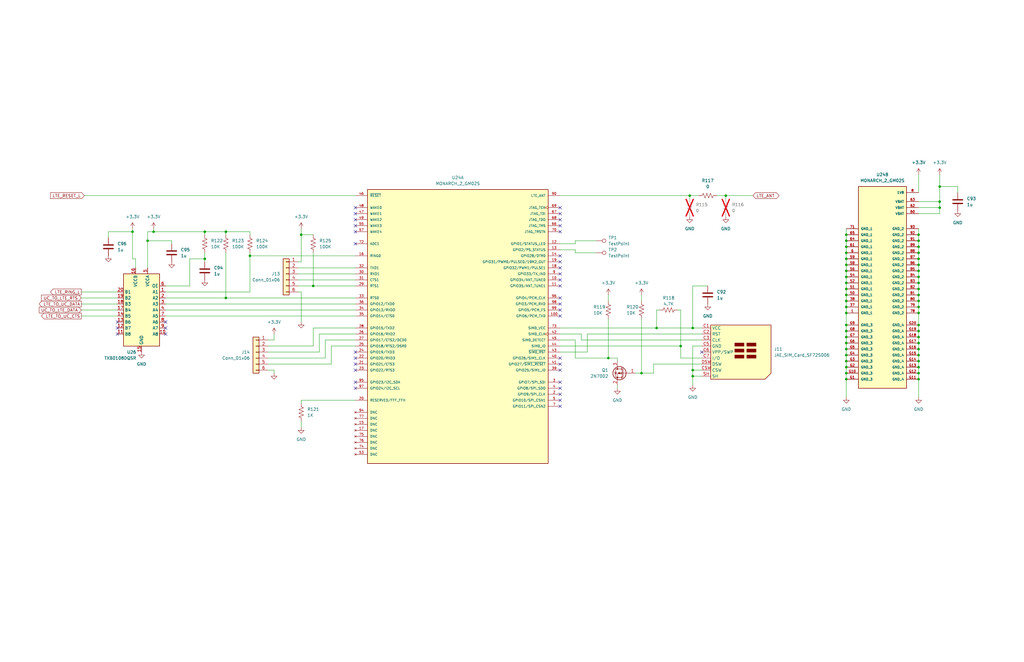
<source format=kicad_sch>
(kicad_sch (version 20230121) (generator eeschema)
  (paper "USLedger")
  (lib_symbols
    (symbol "Connector:JAE_SIM_Card_SF72S006"
      (property "Reference" "J" (at 5.08 12.7 0))
      (property "Value" "JAE_SIM_Card_SF72S006" (at 30.48 12.7 0))
      (symbol "JAE_SIM_Card_SF72S006_0_1"
        (polyline (pts (xy 3.81 11.43) (xy 3.81 -11.43) (xy 26.67 -11.43) (xy 29.21 -8.89) (xy 29.21 11.43) (xy 3.81 11.43)) (stroke (width 0.254)) (fill (type background)))
        (rectangle (start 13.97 -2.54) (end 17.78 -1.27) (stroke (width 0.254)) (fill (type outline)))
        (rectangle (start 13.97 0) (end 17.78 1.27) (stroke (width 0.254)) (fill (type outline)))
        (rectangle (start 13.97 2.54) (end 17.78 3.81) (stroke (width 0.254)) (fill (type outline)))
        (rectangle (start 19.05 -1.27) (end 22.86 -2.54) (stroke (width 0.254)) (fill (type outline)))
        (rectangle (start 19.05 0) (end 22.86 1.27) (stroke (width 0.254)) (fill (type outline)))
        (rectangle (start 19.05 2.54) (end 22.86 3.81) (stroke (width 0.254)) (fill (type outline)))
      )
      (symbol "JAE_SIM_Card_SF72S006_1_1"
        (pin power_in line (at 0 10.16 0) (length 3.81) (name "VCC") (number "C1"))
        (pin input line (at 0 7.62 0) (length 3.81) (name "RST") (number "C2"))
        (pin input line (at 0 5.08 0) (length 3.81) (name "CLK") (number "C3"))
        (pin power_in line (at 0 2.54 0) (length 3.81) (name "GND") (number "C5"))
        (pin bidirectional line (at 0 0 0) (length 3.81) (name "VPP/SWP") (number "C6"))
        (pin bidirectional line (at 0 -2.54 0) (length 3.81) (name "I/O") (number "C7"))
        (pin passive line (at 0 -7.62 0) (length 3.81) (name "CSW") (number "CSW"))
        (pin passive line (at 0 -5.08 0) (length 3.81) (name "DSW") (number "DSW"))
        (pin passive line (at 0 -10.16 0) (length 3.81) (name "SH") (number "SH"))
      )
    )
    (symbol "Connector:TestPoint" (pin_numbers hide) (pin_names (offset 0.762) hide)
      (property "Reference" "TP" (at 0 6.858 0))
      (property "Value" "TestPoint" (at 0 5.08 0))
      (symbol "TestPoint_0_1"
        (circle (center 0 3.302) (radius 0.762))
      )
      (symbol "TestPoint_1_1"
        (pin passive line (at 0 0 90) (length 2.54) (name "1") (number "1"))
      )
    )
    (symbol "Connector_Generic:Conn_01x06" (pin_names (offset 1.016) hide)
      (property "Reference" "J" (at 0 7.62 0))
      (property "Value" "Conn_01x06" (at 0 -10.16 0))
      (symbol "Conn_01x06_1_1"
        (rectangle (start -1.27 -7.493) (end 0 -7.747) (stroke (width 0.1524)))
        (rectangle (start -1.27 -4.953) (end 0 -5.207) (stroke (width 0.1524)))
        (rectangle (start -1.27 -2.413) (end 0 -2.667) (stroke (width 0.1524)))
        (rectangle (start -1.27 0.127) (end 0 -0.127) (stroke (width 0.1524)))
        (rectangle (start -1.27 2.667) (end 0 2.413) (stroke (width 0.1524)))
        (rectangle (start -1.27 5.207) (end 0 4.953) (stroke (width 0.1524)))
        (rectangle (start -1.27 6.35) (end 1.27 -8.89) (stroke (width 0.254)) (fill (type background)))
        (pin passive line (at -5.08 5.08 0) (length 3.81) (name "Pin_1") (number "1"))
        (pin passive line (at -5.08 2.54 0) (length 3.81) (name "Pin_2") (number "2"))
        (pin passive line (at -5.08 0 0) (length 3.81) (name "Pin_3") (number "3"))
        (pin passive line (at -5.08 -2.54 0) (length 3.81) (name "Pin_4") (number "4"))
        (pin passive line (at -5.08 -5.08 0) (length 3.81) (name "Pin_5") (number "5"))
        (pin passive line (at -5.08 -7.62 0) (length 3.81) (name "Pin_6") (number "6"))
      )
    )
    (symbol "Device:C" (pin_numbers hide) (pin_names (offset 0.254))
      (property "Reference" "C" (at 0.635 2.54 0))
      (property "Value" "C" (at 0.635 -2.54 0))
      (symbol "C_0_1"
        (polyline (pts (xy -2.032 -0.762) (xy 2.032 -0.762)) (stroke (width 0.508)))
        (polyline (pts (xy -2.032 0.762) (xy 2.032 0.762)) (stroke (width 0.508)))
      )
      (symbol "C_1_1"
        (pin passive line (at 0 3.81 270) (length 2.794) (name "~") (number "1"))
        (pin passive line (at 0 -3.81 90) (length 2.794) (name "~") (number "2"))
      )
    )
    (symbol "Device:R_US" (pin_numbers hide) (pin_names (offset 0))
      (property "Reference" "R" (at 2.54 0 90))
      (property "Value" "R_US" (at -2.54 0 90))
      (symbol "R_US_0_1"
        (polyline (pts (xy 0 -2.286) (xy 0 -2.54)))
        (polyline (pts (xy 0 2.286) (xy 0 2.54)))
        (polyline (pts (xy 0 -0.762) (xy 1.016 -1.143) (xy 0 -1.524) (xy -1.016 -1.905) (xy 0 -2.286)))
        (polyline (pts (xy 0 0.762) (xy 1.016 0.381) (xy 0 0) (xy -1.016 -0.381) (xy 0 -0.762)))
        (polyline (pts (xy 0 2.286) (xy 1.016 1.905) (xy 0 1.524) (xy -1.016 1.143) (xy 0 0.762)))
      )
      (symbol "R_US_1_1"
        (pin passive line (at 0 3.81 270) (length 1.27) (name "~") (number "1"))
        (pin passive line (at 0 -3.81 90) (length 1.27) (name "~") (number "2"))
      )
    )
    (symbol "Logic_LevelTranslator:TXB0108DQSR"
      (property "Reference" "U" (at -6.35 16.51 0))
      (property "Value" "TXB0108DQSR" (at 3.81 16.51 0))
      (symbol "TXB0108DQSR_0_1"
        (rectangle (start -7.62 15.24) (end 7.62 -15.24) (stroke (width 0.254)) (fill (type background)))
      )
      (symbol "TXB0108DQSR_1_1"
        (pin bidirectional line (at -10.16 7.62 0) (length 2.54) (name "A1") (number "1"))
        (pin bidirectional line (at -10.16 -10.16 0) (length 2.54) (name "A8") (number "10"))
        (pin bidirectional line (at 10.16 -10.16 180) (length 2.54) (name "B8") (number "11"))
        (pin bidirectional line (at 10.16 -7.62 180) (length 2.54) (name "B7") (number "12"))
        (pin bidirectional line (at 10.16 -5.08 180) (length 2.54) (name "B6") (number "13"))
        (pin bidirectional line (at 10.16 -2.54 180) (length 2.54) (name "B5") (number "14"))
        (pin power_in line (at 0 -17.78 90) (length 2.54) (name "GND") (number "15"))
        (pin power_in line (at 2.54 17.78 270) (length 2.54) (name "VCCB") (number "16"))
        (pin bidirectional line (at 10.16 0 180) (length 2.54) (name "B4") (number "17"))
        (pin bidirectional line (at 10.16 2.54 180) (length 2.54) (name "B3") (number "18"))
        (pin bidirectional line (at 10.16 5.08 180) (length 2.54) (name "B2") (number "19"))
        (pin bidirectional line (at -10.16 5.08 0) (length 2.54) (name "A2") (number "2"))
        (pin bidirectional line (at 10.16 7.62 180) (length 2.54) (name "B1") (number "20"))
        (pin bidirectional line (at -10.16 2.54 0) (length 2.54) (name "A3") (number "3"))
        (pin bidirectional line (at -10.16 0 0) (length 2.54) (name "A4") (number "4"))
        (pin power_in line (at -2.54 17.78 270) (length 2.54) (name "VCCA") (number "5"))
        (pin input line (at -10.16 10.16 0) (length 2.54) (name "OE") (number "6"))
        (pin bidirectional line (at -10.16 -2.54 0) (length 2.54) (name "A5") (number "7"))
        (pin bidirectional line (at -10.16 -5.08 0) (length 2.54) (name "A6") (number "8"))
        (pin bidirectional line (at -10.16 -7.62 0) (length 2.54) (name "A7") (number "9"))
      )
    )
    (symbol "Transistor_FET:2N7002" (pin_names hide)
      (property "Reference" "Q" (at 5.08 1.905 0))
      (property "Value" "2N7002" (at 5.08 0 0))
      (symbol "2N7002_0_1"
        (polyline (pts (xy 0.254 0) (xy -2.54 0)))
        (polyline (pts (xy 0.254 1.905) (xy 0.254 -1.905)) (stroke (width 0.254)))
        (polyline (pts (xy 0.762 -1.27) (xy 0.762 -2.286)) (stroke (width 0.254)))
        (polyline (pts (xy 0.762 0.508) (xy 0.762 -0.508)) (stroke (width 0.254)))
        (polyline (pts (xy 0.762 2.286) (xy 0.762 1.27)) (stroke (width 0.254)))
        (polyline (pts (xy 2.54 2.54) (xy 2.54 1.778)))
        (polyline (pts (xy 2.54 -2.54) (xy 2.54 0) (xy 0.762 0)))
        (polyline (pts (xy 0.762 -1.778) (xy 3.302 -1.778) (xy 3.302 1.778) (xy 0.762 1.778)))
        (polyline (pts (xy 1.016 0) (xy 2.032 0.381) (xy 2.032 -0.381) (xy 1.016 0)) (fill (type outline)))
        (polyline (pts (xy 2.794 0.508) (xy 2.921 0.381) (xy 3.683 0.381) (xy 3.81 0.254)))
        (polyline (pts (xy 3.302 0.381) (xy 2.921 -0.254) (xy 3.683 -0.254) (xy 3.302 0.381)))
        (circle (center 1.651 0) (radius 2.794) (stroke (width 0.254)))
        (circle (center 2.54 -1.778) (radius 0.254) (fill (type outline)))
        (circle (center 2.54 1.778) (radius 0.254) (fill (type outline)))
      )
      (symbol "2N7002_1_1"
        (pin input line (at -5.08 0 0) (length 2.54) (name "G") (number "1"))
        (pin passive line (at 2.54 -5.08 90) (length 2.54) (name "S") (number "2"))
        (pin passive line (at 2.54 5.08 270) (length 2.54) (name "D") (number "3"))
      )
    )
    (symbol "bgelb_lib:+1.8V_LTE" (power) (pin_names (offset 0))
      (property "Value" "+1.8V_LTE" (at 0 3.556 0))
      (symbol "+1.8V_LTE_0_1"
        (polyline (pts (xy -0.762 1.27) (xy 0 2.54)))
        (polyline (pts (xy 0 0) (xy 0 2.54)))
        (polyline (pts (xy 0 2.54) (xy 0.762 1.27)))
      )
      (symbol "+1.8V_LTE_1_1"
        (pin power_in line (at 0 0 90) (length 0) hide (name "+3.3V") (number "1"))
      )
    )
    (symbol "bgelb_lib:MONARCH_2_GM02S" (pin_names (offset 1.016))
      (property "Reference" "U" (at -38.1 49.022 0))
      (property "Value" "MONARCH_2_GM02S" (at -38.1 -68.58 0))
      (symbol "MONARCH_2_GM02S_1_0"
        (rectangle (start -38.1 48.26) (end 38.1 -67.31) (stroke (width 0.254)) (fill (type background)))
        (pin bidirectional line (at 43.18 10.16 180) (length 5.08) (name "GPIO34/ANT_TUNE0") (number "10"))
        (pin bidirectional line (at 43.18 -5.08 180) (length 5.08) (name "GPIO6/PCM_TXD") (number "100"))
        (pin bidirectional line (at 43.18 7.62 180) (length 5.08) (name "GPIO35/ANT_TUNE1") (number "11"))
        (pin bidirectional line (at 43.18 25.4 180) (length 5.08) (name "GPIO1/STATUS_LED") (number "12"))
        (pin bidirectional line (at 43.18 22.86 180) (length 5.08) (name "GPIO2/PS_STATUS") (number "13"))
        (pin bidirectional line (at 43.18 20.32 180) (length 5.08) (name "GPIO28/DTR0") (number "14"))
        (pin no_connect line (at -43.18 -50.8 0) (length 5.08) (name "DNC") (number "15"))
        (pin bidirectional line (at -43.18 20.32 0) (length 5.08) (name "RING0") (number "16"))
        (pin no_connect line (at -43.18 -53.34 0) (length 5.08) (name "DNC") (number "17"))
        (pin bidirectional line (at 43.18 15.24 180) (length 5.08) (name "GPIO32/PWM1/PULSE1") (number "18"))
        (pin bidirectional line (at 43.18 17.78 180) (length 5.08) (name "GPIO31/PWM0/PULSE0/19M2_OUT") (number "19"))
        (pin bidirectional line (at 43.18 -38.1 180) (length 5.08) (name "GPIO9/SPI_CLK") (number "2"))
        (pin passive line (at -43.18 -40.64 0) (length 5.08) (name "RESERVED/FFF_FFH") (number "20"))
        (pin bidirectional line (at -43.18 -25.4 0) (length 5.08) (name "GPIO21/CTS3") (number "21"))
        (pin bidirectional line (at -43.18 -22.86 0) (length 5.08) (name "GPIO20/RXD3") (number "22"))
        (pin bidirectional line (at -43.18 -27.94 0) (length 5.08) (name "GPIO22/RTS3") (number "23"))
        (pin bidirectional line (at -43.18 -20.32 0) (length 5.08) (name "GPIO19/TXD3") (number "24"))
        (pin bidirectional line (at -43.18 -17.78 0) (length 5.08) (name "GPIO18/RTS2/DSR0") (number "25"))
        (pin bidirectional line (at -43.18 -12.7 0) (length 5.08) (name "GPIO16/RXD2") (number "26"))
        (pin bidirectional line (at -43.18 -15.24 0) (length 5.08) (name "GPIO17/CTS2/DCD0") (number "27"))
        (pin bidirectional line (at -43.18 -10.16 0) (length 5.08) (name "GPIO15/TXD2") (number "28"))
        (pin input line (at -43.18 7.62 0) (length 5.08) (name "RTS1") (number "29"))
        (pin bidirectional line (at 43.18 -33.02 180) (length 5.08) (name "GPIO7/SPI_SDI") (number "3"))
        (pin output line (at -43.18 12.7 0) (length 5.08) (name "RXD1") (number "30"))
        (pin output line (at -43.18 10.16 0) (length 5.08) (name "CTS1") (number "31"))
        (pin input line (at -43.18 15.24 0) (length 5.08) (name "TXD1") (number "32"))
        (pin input line (at -43.18 2.54 0) (length 5.08) (name "RTS0") (number "33"))
        (pin bidirectional line (at -43.18 -2.54 0) (length 5.08) (name "GPIO13/RXD0") (number "34"))
        (pin bidirectional line (at -43.18 -5.08 0) (length 5.08) (name "GPIO14/CTS0") (number "35"))
        (pin bidirectional line (at -43.18 0 0) (length 5.08) (name "GPIO12/TXD0") (number "36"))
        (pin bidirectional line (at 43.18 -27.94 180) (length 5.08) (name "GPIO25/SIM1_IO") (number "39"))
        (pin bidirectional line (at 43.18 -35.56 180) (length 5.08) (name "GPIO8/SPI_SDO") (number "4"))
        (pin bidirectional line (at 43.18 -22.86 180) (length 5.08) (name "GPIO26/SIM1_CLK") (number "40"))
        (pin bidirectional line (at 43.18 -25.4 180) (length 5.08) (name "GPIO27/~{SIM1_RESET}") (number "41"))
        (pin output clock (at 43.18 -12.7 180) (length 5.08) (name "SIM0_CLK") (number "42"))
        (pin output line (at 43.18 -20.32 180) (length 5.08) (name "~{SIM0_RST}") (number "43"))
        (pin bidirectional line (at 43.18 -17.78 180) (length 5.08) (name "SIM0_IO") (number "44"))
        (pin input line (at 43.18 -15.24 180) (length 5.08) (name "SIM0_DETECT") (number "45"))
        (pin input line (at -43.18 45.72 0) (length 5.08) (name "~{RESET}") (number "46"))
        (pin input line (at -43.18 38.1 0) (length 5.08) (name "WAKE1") (number "47"))
        (pin input line (at -43.18 40.64 0) (length 5.08) (name "WAKE0") (number "48"))
        (pin input line (at -43.18 35.56 0) (length 5.08) (name "WAKE2") (number "49"))
        (pin bidirectional line (at 43.18 -40.64 180) (length 5.08) (name "GPIO10/SPI_CSN1") (number "5"))
        (pin no_connect line (at -43.18 -63.5 0) (length 5.08) (name "DNC") (number "53"))
        (pin input line (at -43.18 33.02 0) (length 5.08) (name "WAKE3") (number "55"))
        (pin input line (at -43.18 30.48 0) (length 5.08) (name "WAKE4") (number "57"))
        (pin input line (at 43.18 33.02 180) (length 5.08) (name "JTAG_TMS") (number "66"))
        (pin input line (at 43.18 38.1 180) (length 5.08) (name "JTAG_TDI") (number "67"))
        (pin output line (at 43.18 35.56 180) (length 5.08) (name "JTAG_TDO") (number "68"))
        (pin input clock (at 43.18 40.64 180) (length 5.08) (name "JTAG_TCK") (number "69"))
        (pin bidirectional line (at 43.18 -43.18 180) (length 5.08) (name "GPIO11/SPI_CSN2") (number "7"))
        (pin input line (at 43.18 30.48 180) (length 5.08) (name "JTAG_TRSTN") (number "70"))
        (pin input line (at -43.18 25.4 0) (length 5.08) (name "ADC1") (number "72"))
        (pin power_in line (at 43.18 -10.16 180) (length 5.08) (name "SIM0_VCC") (number "73"))
        (pin no_connect line (at -43.18 -60.96 0) (length 5.08) (name "DNC") (number "74"))
        (pin no_connect line (at -43.18 -55.88 0) (length 5.08) (name "DNC") (number "75"))
        (pin no_connect line (at -43.18 -58.42 0) (length 5.08) (name "DNC") (number "76"))
        (pin no_connect line (at -43.18 -48.26 0) (length 5.08) (name "DNC") (number "77"))
        (pin bidirectional line (at 43.18 12.7 180) (length 5.08) (name "GPIO33/TX_IND") (number "9"))
        (pin bidirectional line (at 43.18 45.72 180) (length 5.08) (name "LTE_ANT") (number "90"))
        (pin no_connect line (at -43.18 -45.72 0) (length 5.08) (name "DNC") (number "94"))
        (pin bidirectional line (at -43.18 -33.02 0) (length 5.08) (name "GPIO23/I2C_SDA") (number "95"))
        (pin bidirectional line (at 43.18 2.54 180) (length 5.08) (name "GPIO4/PCM_CLK") (number "96"))
        (pin bidirectional line (at -43.18 -35.56 0) (length 5.08) (name "GPIO24/I2C_SCL") (number "97"))
        (pin bidirectional line (at 43.18 0 180) (length 5.08) (name "GPIO3/PCM_RXD") (number "98"))
        (pin bidirectional line (at 43.18 -2.54 180) (length 5.08) (name "GPIO5/PCM_FS") (number "99"))
      )
      (symbol "MONARCH_2_GM02S_2_0"
        (rectangle (start -10.16 15.24) (end 10.16 -69.85) (stroke (width 0.254)) (fill (type background)))
        (pin power_in line (at -15.24 -38.1 0) (length 5.08) (name "GND_1") (number "1"))
        (pin power_in line (at -15.24 -35.56 0) (length 5.08) (name "GND_1") (number "37"))
        (pin power_in line (at -15.24 -33.02 0) (length 5.08) (name "GND_1") (number "38"))
        (pin power_in line (at -15.24 -30.48 0) (length 5.08) (name "GND_1") (number "50"))
        (pin power_in line (at -15.24 -27.94 0) (length 5.08) (name "GND_1") (number "51"))
        (pin power_in line (at -15.24 -25.4 0) (length 5.08) (name "GND_1") (number "52"))
        (pin power_in line (at -15.24 -22.86 0) (length 5.08) (name "GND_1") (number "54"))
        (pin power_in line (at -15.24 -20.32 0) (length 5.08) (name "GND_1") (number "56"))
        (pin power_in line (at -15.24 -17.78 0) (length 5.08) (name "GND_1") (number "58"))
        (pin power_in line (at -15.24 -15.24 0) (length 5.08) (name "GND_1") (number "59"))
        (pin power_in line (at -15.24 -12.7 0) (length 5.08) (name "GND_1") (number "6"))
        (pin power_in line (at 15.24 3.81 180) (length 5.08) (name "VBAT") (number "60"))
        (pin power_in line (at -15.24 -10.16 0) (length 5.08) (name "GND_1") (number "61"))
        (pin power_in line (at 15.24 6.35 180) (length 5.08) (name "VBAT") (number "62"))
        (pin power_in line (at 15.24 8.89 180) (length 5.08) (name "VBAT") (number "63"))
        (pin power_in line (at -15.24 -7.62 0) (length 5.08) (name "GND_1") (number "64"))
        (pin power_in line (at -15.24 -5.08 0) (length 5.08) (name "GND_1") (number "65"))
        (pin power_in line (at -15.24 -2.54 0) (length 5.08) (name "GND_1") (number "71"))
        (pin power_in line (at 15.24 -38.1 180) (length 5.08) (name "GND_2") (number "78"))
        (pin power_in line (at 15.24 -35.56 180) (length 5.08) (name "GND_2") (number "79"))
        (pin power_in line (at 15.24 12.7 180) (length 5.08) (name "1V8") (number "8"))
        (pin power_in line (at 15.24 -33.02 180) (length 5.08) (name "GND_2") (number "80"))
        (pin power_in line (at 15.24 -30.48 180) (length 5.08) (name "GND_2") (number "81"))
        (pin power_in line (at 15.24 -27.94 180) (length 5.08) (name "GND_2") (number "82"))
        (pin power_in line (at 15.24 -25.4 180) (length 5.08) (name "GND_2") (number "83"))
        (pin power_in line (at 15.24 -22.86 180) (length 5.08) (name "GND_2") (number "84"))
        (pin power_in line (at 15.24 -20.32 180) (length 5.08) (name "GND_2") (number "85"))
        (pin power_in line (at 15.24 -17.78 180) (length 5.08) (name "GND_2") (number "86"))
        (pin power_in line (at 15.24 -15.24 180) (length 5.08) (name "GND_2") (number "87"))
        (pin power_in line (at 15.24 -12.7 180) (length 5.08) (name "GND_2") (number "88"))
        (pin power_in line (at 15.24 -10.16 180) (length 5.08) (name "GND_2") (number "89"))
        (pin power_in line (at 15.24 -7.62 180) (length 5.08) (name "GND_2") (number "91"))
        (pin power_in line (at 15.24 -5.08 180) (length 5.08) (name "GND_2") (number "92"))
        (pin power_in line (at 15.24 -2.54 180) (length 5.08) (name "GND_2") (number "93"))
        (pin power_in line (at -15.24 -66.04 0) (length 5.08) (name "GND_3") (number "G1"))
        (pin power_in line (at -15.24 -63.5 0) (length 5.08) (name "GND_3") (number "G10"))
        (pin power_in line (at 15.24 -66.04 180) (length 5.08) (name "GND_4") (number "G11"))
        (pin power_in line (at 15.24 -63.5 180) (length 5.08) (name "GND_4") (number "G12"))
        (pin power_in line (at 15.24 -60.96 180) (length 5.08) (name "GND_4") (number "G13"))
        (pin power_in line (at 15.24 -58.42 180) (length 5.08) (name "GND_4") (number "G14"))
        (pin power_in line (at 15.24 -55.88 180) (length 5.08) (name "GND_4") (number "G15"))
        (pin power_in line (at 15.24 -53.34 180) (length 5.08) (name "GND_4") (number "G16"))
        (pin power_in line (at 15.24 -50.8 180) (length 5.08) (name "GND_4") (number "G17"))
        (pin power_in line (at 15.24 -48.26 180) (length 5.08) (name "GND_4") (number "G18"))
        (pin power_in line (at 15.24 -45.72 180) (length 5.08) (name "GND_4") (number "G19"))
        (pin power_in line (at -15.24 -60.96 0) (length 5.08) (name "GND_3") (number "G2"))
        (pin power_in line (at 15.24 -43.18 180) (length 5.08) (name "GND_4") (number "G20"))
        (pin power_in line (at -15.24 -58.42 0) (length 5.08) (name "GND_3") (number "G3"))
        (pin power_in line (at -15.24 -55.88 0) (length 5.08) (name "GND_3") (number "G4"))
        (pin power_in line (at -15.24 -53.34 0) (length 5.08) (name "GND_3") (number "G5"))
        (pin power_in line (at -15.24 -50.8 0) (length 5.08) (name "GND_3") (number "G6"))
        (pin power_in line (at -15.24 -48.26 0) (length 5.08) (name "GND_3") (number "G7"))
        (pin power_in line (at -15.24 -45.72 0) (length 5.08) (name "GND_3") (number "G8"))
        (pin power_in line (at -15.24 -43.18 0) (length 5.08) (name "GND_3") (number "G9"))
      )
    )
    (symbol "power:+3.3V" (power) (pin_names (offset 0))
      (property "Value" "+3.3V" (at 0 3.556 0))
      (symbol "+3.3V_0_1"
        (polyline (pts (xy -0.762 1.27) (xy 0 2.54)))
        (polyline (pts (xy 0 0) (xy 0 2.54)))
        (polyline (pts (xy 0 2.54) (xy 0.762 1.27)))
      )
      (symbol "+3.3V_1_1"
        (pin power_in line (at 0 0 90) (length 0) hide (name "+3.3V") (number "1"))
      )
    )
    (symbol "power:GND" (power) (pin_names (offset 0))
      (property "Value" "GND" (at 0 -3.81 0))
      (symbol "GND_0_1"
        (polyline (pts (xy 0 0) (xy 0 -1.27) (xy 1.27 -1.27) (xy 0 -2.54) (xy -1.27 -1.27) (xy 0 -1.27)))
      )
      (symbol "GND_1_1"
        (pin power_in line (at 0 0 270) (length 0) hide (name "GND") (number "1"))
      )
    )
  )
  (junction (at 387.35 129.54))
  (junction (at 387.35 109.22))
  (junction (at 356.87 139.7))
  (junction (at 132.08 120.65))
  (junction (at 356.87 124.46))
  (junction (at 356.87 114.3))
  (junction (at 356.87 99.06))
  (junction (at 356.87 132.08))
  (junction (at 62.23 101.6))
  (junction (at 387.35 160.02))
  (junction (at 86.36 97.79))
  (junction (at 387.35 157.48))
  (junction (at 127 99.06))
  (junction (at 64.77 97.79))
  (junction (at 356.87 157.48))
  (junction (at 387.35 106.68))
  (junction (at 387.35 99.06))
  (junction (at 387.35 152.4))
  (junction (at 356.87 154.94))
  (junction (at 356.87 127))
  (junction (at 105.41 107.95))
  (junction (at 387.35 121.92))
  (junction (at 387.35 111.76))
  (junction (at 387.35 114.3))
  (junction (at 356.87 101.6))
  (junction (at 396.24 87.63))
  (junction (at 356.87 106.68))
  (junction (at 256.54 151.13))
  (junction (at 95.25 125.73))
  (junction (at 387.35 132.08))
  (junction (at 387.35 137.16))
  (junction (at 95.25 97.79))
  (junction (at 387.35 142.24))
  (junction (at 356.87 116.84))
  (junction (at 387.35 147.32))
  (junction (at 356.87 160.02))
  (junction (at 356.87 111.76))
  (junction (at 356.87 152.4))
  (junction (at 356.87 144.78))
  (junction (at 387.35 116.84))
  (junction (at 292.1 158.75))
  (junction (at 287.02 146.05))
  (junction (at 387.35 149.86))
  (junction (at 356.87 119.38))
  (junction (at 356.87 149.86))
  (junction (at 387.35 124.46))
  (junction (at 292.1 156.21))
  (junction (at 55.88 97.79))
  (junction (at 387.35 127))
  (junction (at 356.87 137.16))
  (junction (at 270.51 157.48))
  (junction (at 387.35 104.14))
  (junction (at 276.86 138.43))
  (junction (at 292.1 138.43))
  (junction (at 387.35 119.38))
  (junction (at 356.87 121.92))
  (junction (at 356.87 104.14))
  (junction (at 290.83 82.55))
  (junction (at 387.35 139.7))
  (junction (at 396.24 78.74))
  (junction (at 356.87 109.22))
  (junction (at 306.07 82.55))
  (junction (at 387.35 101.6))
  (junction (at 356.87 129.54))
  (junction (at 387.35 144.78))
  (junction (at 356.87 147.32))
  (junction (at 387.35 154.94))
  (junction (at 356.87 142.24))
  (junction (at 86.36 109.22))
  (junction (at 396.24 85.09))
  (no_connect (at 149.86 92.71))
  (no_connect (at 236.22 87.63))
  (no_connect (at 236.22 113.03))
  (no_connect (at 236.22 133.35))
  (no_connect (at 236.22 125.73))
  (no_connect (at 236.22 92.71))
  (no_connect (at 236.22 156.21))
  (no_connect (at 149.86 95.25))
  (no_connect (at 236.22 90.17))
  (no_connect (at 149.86 153.67))
  (no_connect (at 49.53 140.97))
  (no_connect (at 149.86 148.59))
  (no_connect (at 69.85 135.89))
  (no_connect (at 149.86 151.13))
  (no_connect (at 49.53 135.89))
  (no_connect (at 149.86 102.87))
  (no_connect (at 236.22 120.65))
  (no_connect (at 149.86 161.29))
  (no_connect (at 295.91 148.59))
  (no_connect (at 236.22 168.91))
  (no_connect (at 236.22 153.67))
  (no_connect (at 236.22 151.13))
  (no_connect (at 236.22 161.29))
  (no_connect (at 236.22 166.37))
  (no_connect (at 236.22 97.79))
  (no_connect (at 236.22 128.27))
  (no_connect (at 236.22 95.25))
  (no_connect (at 236.22 118.11))
  (no_connect (at 236.22 107.95))
  (no_connect (at 69.85 138.43))
  (no_connect (at 236.22 115.57))
  (no_connect (at 149.86 87.63))
  (no_connect (at 69.85 140.97))
  (no_connect (at 149.86 163.83))
  (no_connect (at 236.22 110.49))
  (no_connect (at 236.22 130.81))
  (no_connect (at 236.22 163.83))
  (no_connect (at 149.86 97.79))
  (no_connect (at 236.22 171.45))
  (no_connect (at 149.86 156.21))
  (no_connect (at 149.86 90.17))
  (no_connect (at 49.53 138.43))
  (wire (pts (xy 242.57 151.13) (xy 256.54 151.13)))
  (wire (pts (xy 105.41 99.06) (xy 105.41 97.79)))
  (wire (pts (xy 127 168.91) (xy 127 170.18)))
  (wire (pts (xy 127 110.49) (xy 127 99.06)))
  (wire (pts (xy 69.85 123.19) (xy 105.41 123.19)))
  (wire (pts (xy 295.91 146.05) (xy 292.1 146.05)))
  (wire (pts (xy 236.22 140.97) (xy 245.11 140.97)))
  (wire (pts (xy 356.87 101.6) (xy 356.87 104.14)))
  (wire (pts (xy 387.35 152.4) (xy 387.35 154.94)))
  (wire (pts (xy 134.62 148.59) (xy 113.03 148.59)))
  (wire (pts (xy 356.87 160.02) (xy 356.87 167.64)))
  (wire (pts (xy 387.35 99.06) (xy 387.35 101.6)))
  (wire (pts (xy 396.24 78.74) (xy 396.24 73.66)))
  (wire (pts (xy 387.35 96.52) (xy 387.35 99.06)))
  (wire (pts (xy 125.73 120.65) (xy 132.08 120.65)))
  (wire (pts (xy 306.07 82.55) (xy 317.5 82.55)))
  (wire (pts (xy 387.35 73.66) (xy 387.35 81.28)))
  (wire (pts (xy 242.57 106.68) (xy 251.46 106.68)))
  (wire (pts (xy 115.57 156.21) (xy 115.57 157.48)))
  (wire (pts (xy 86.36 97.79) (xy 64.77 97.79)))
  (wire (pts (xy 45.72 100.33) (xy 45.72 97.79)))
  (wire (pts (xy 356.87 124.46) (xy 356.87 127)))
  (wire (pts (xy 236.22 105.41) (xy 242.57 105.41)))
  (wire (pts (xy 95.25 106.68) (xy 95.25 125.73)))
  (wire (pts (xy 69.85 130.81) (xy 149.86 130.81)))
  (wire (pts (xy 270.51 134.62) (xy 270.51 157.48)))
  (wire (pts (xy 295.91 153.67) (xy 275.59 153.67)))
  (wire (pts (xy 270.51 157.48) (xy 267.97 157.48)))
  (wire (pts (xy 139.7 146.05) (xy 139.7 153.67)))
  (wire (pts (xy 132.08 146.05) (xy 113.03 146.05)))
  (wire (pts (xy 132.08 138.43) (xy 132.08 146.05)))
  (wire (pts (xy 387.35 124.46) (xy 387.35 127)))
  (wire (pts (xy 298.45 120.65) (xy 292.1 120.65)))
  (wire (pts (xy 292.1 158.75) (xy 295.91 158.75)))
  (wire (pts (xy 285.75 130.81) (xy 287.02 130.81)))
  (wire (pts (xy 132.08 120.65) (xy 149.86 120.65)))
  (wire (pts (xy 134.62 140.97) (xy 134.62 148.59)))
  (wire (pts (xy 387.35 144.78) (xy 387.35 147.32)))
  (wire (pts (xy 86.36 99.06) (xy 86.36 97.79)))
  (wire (pts (xy 387.35 132.08) (xy 387.35 137.16)))
  (wire (pts (xy 125.73 123.19) (xy 127 123.19)))
  (wire (pts (xy 396.24 90.17) (xy 396.24 87.63)))
  (wire (pts (xy 387.35 90.17) (xy 396.24 90.17)))
  (wire (pts (xy 356.87 157.48) (xy 356.87 160.02)))
  (wire (pts (xy 292.1 158.75) (xy 292.1 162.56)))
  (wire (pts (xy 34.29 128.27) (xy 49.53 128.27)))
  (wire (pts (xy 137.16 151.13) (xy 113.03 151.13)))
  (wire (pts (xy 113.03 143.51) (xy 115.57 143.51)))
  (wire (pts (xy 292.1 146.05) (xy 292.1 156.21)))
  (wire (pts (xy 236.22 148.59) (xy 247.65 148.59)))
  (wire (pts (xy 125.73 115.57) (xy 149.86 115.57)))
  (wire (pts (xy 356.87 109.22) (xy 356.87 111.76)))
  (wire (pts (xy 387.35 154.94) (xy 387.35 157.48)))
  (wire (pts (xy 80.01 109.22) (xy 86.36 109.22)))
  (wire (pts (xy 105.41 107.95) (xy 105.41 123.19)))
  (wire (pts (xy 260.35 162.56) (xy 260.35 163.83)))
  (wire (pts (xy 105.41 97.79) (xy 95.25 97.79)))
  (wire (pts (xy 403.86 81.28) (xy 403.86 78.74)))
  (wire (pts (xy 387.35 147.32) (xy 387.35 149.86)))
  (wire (pts (xy 278.13 130.81) (xy 276.86 130.81)))
  (wire (pts (xy 127 99.06) (xy 127 96.52)))
  (wire (pts (xy 55.88 109.22) (xy 55.88 97.79)))
  (wire (pts (xy 356.87 149.86) (xy 356.87 152.4)))
  (wire (pts (xy 137.16 143.51) (xy 137.16 151.13)))
  (wire (pts (xy 236.22 102.87) (xy 242.57 102.87)))
  (wire (pts (xy 356.87 142.24) (xy 356.87 144.78)))
  (wire (pts (xy 356.87 119.38) (xy 356.87 121.92)))
  (wire (pts (xy 57.15 113.03) (xy 57.15 109.22)))
  (wire (pts (xy 69.85 125.73) (xy 95.25 125.73)))
  (wire (pts (xy 86.36 109.22) (xy 86.36 110.49)))
  (wire (pts (xy 236.22 143.51) (xy 242.57 143.51)))
  (wire (pts (xy 387.35 106.68) (xy 387.35 109.22)))
  (wire (pts (xy 275.59 153.67) (xy 275.59 157.48)))
  (wire (pts (xy 292.1 156.21) (xy 295.91 156.21)))
  (wire (pts (xy 86.36 106.68) (xy 86.36 109.22)))
  (wire (pts (xy 80.01 120.65) (xy 80.01 109.22)))
  (wire (pts (xy 149.86 146.05) (xy 139.7 146.05)))
  (wire (pts (xy 242.57 101.6) (xy 251.46 101.6)))
  (wire (pts (xy 356.87 116.84) (xy 356.87 119.38)))
  (wire (pts (xy 72.39 102.87) (xy 72.39 101.6)))
  (wire (pts (xy 260.35 151.13) (xy 260.35 152.4)))
  (wire (pts (xy 387.35 121.92) (xy 387.35 124.46)))
  (wire (pts (xy 387.35 119.38) (xy 387.35 121.92)))
  (wire (pts (xy 55.88 97.79) (xy 55.88 96.52)))
  (wire (pts (xy 396.24 85.09) (xy 396.24 78.74)))
  (wire (pts (xy 276.86 138.43) (xy 292.1 138.43)))
  (wire (pts (xy 292.1 120.65) (xy 292.1 138.43)))
  (wire (pts (xy 125.73 118.11) (xy 149.86 118.11)))
  (wire (pts (xy 270.51 124.46) (xy 270.51 127)))
  (wire (pts (xy 306.07 83.82) (xy 306.07 82.55)))
  (wire (pts (xy 387.35 114.3) (xy 387.35 116.84)))
  (wire (pts (xy 105.41 106.68) (xy 105.41 107.95)))
  (wire (pts (xy 387.35 139.7) (xy 387.35 142.24)))
  (wire (pts (xy 72.39 101.6) (xy 62.23 101.6)))
  (wire (pts (xy 356.87 139.7) (xy 356.87 142.24)))
  (wire (pts (xy 287.02 151.13) (xy 295.91 151.13)))
  (wire (pts (xy 69.85 133.35) (xy 149.86 133.35)))
  (wire (pts (xy 236.22 146.05) (xy 287.02 146.05)))
  (wire (pts (xy 34.29 133.35) (xy 49.53 133.35)))
  (wire (pts (xy 387.35 137.16) (xy 387.35 139.7)))
  (wire (pts (xy 242.57 102.87) (xy 242.57 101.6)))
  (wire (pts (xy 387.35 111.76) (xy 387.35 114.3)))
  (wire (pts (xy 64.77 96.52) (xy 64.77 97.79)))
  (wire (pts (xy 69.85 120.65) (xy 80.01 120.65)))
  (wire (pts (xy 34.29 130.81) (xy 49.53 130.81)))
  (wire (pts (xy 292.1 138.43) (xy 295.91 138.43)))
  (wire (pts (xy 256.54 124.46) (xy 256.54 127)))
  (wire (pts (xy 387.35 142.24) (xy 387.35 144.78)))
  (wire (pts (xy 292.1 156.21) (xy 292.1 158.75)))
  (wire (pts (xy 396.24 78.74) (xy 403.86 78.74)))
  (wire (pts (xy 247.65 148.59) (xy 247.65 140.97)))
  (wire (pts (xy 287.02 130.81) (xy 287.02 146.05)))
  (wire (pts (xy 115.57 143.51) (xy 115.57 140.97)))
  (wire (pts (xy 125.73 110.49) (xy 127 110.49)))
  (wire (pts (xy 276.86 130.81) (xy 276.86 138.43)))
  (wire (pts (xy 62.23 101.6) (xy 62.23 113.03)))
  (wire (pts (xy 396.24 87.63) (xy 396.24 85.09)))
  (wire (pts (xy 387.35 149.86) (xy 387.35 152.4)))
  (wire (pts (xy 387.35 104.14) (xy 387.35 106.68)))
  (wire (pts (xy 34.29 125.73) (xy 49.53 125.73)))
  (wire (pts (xy 62.23 97.79) (xy 62.23 101.6)))
  (wire (pts (xy 245.11 140.97) (xy 245.11 143.51)))
  (wire (pts (xy 149.86 140.97) (xy 134.62 140.97)))
  (wire (pts (xy 256.54 134.62) (xy 256.54 151.13)))
  (wire (pts (xy 387.35 109.22) (xy 387.35 111.76)))
  (wire (pts (xy 387.35 101.6) (xy 387.35 104.14)))
  (wire (pts (xy 387.35 127) (xy 387.35 129.54)))
  (wire (pts (xy 149.86 138.43) (xy 132.08 138.43)))
  (wire (pts (xy 69.85 128.27) (xy 149.86 128.27)))
  (wire (pts (xy 95.25 99.06) (xy 95.25 97.79)))
  (wire (pts (xy 105.41 107.95) (xy 149.86 107.95)))
  (wire (pts (xy 356.87 137.16) (xy 356.87 139.7)))
  (wire (pts (xy 247.65 140.97) (xy 295.91 140.97)))
  (wire (pts (xy 356.87 99.06) (xy 356.87 101.6)))
  (wire (pts (xy 387.35 116.84) (xy 387.35 119.38)))
  (wire (pts (xy 356.87 144.78) (xy 356.87 147.32)))
  (wire (pts (xy 356.87 132.08) (xy 356.87 137.16)))
  (wire (pts (xy 132.08 106.68) (xy 132.08 120.65)))
  (wire (pts (xy 356.87 114.3) (xy 356.87 116.84)))
  (wire (pts (xy 356.87 121.92) (xy 356.87 124.46)))
  (wire (pts (xy 356.87 96.52) (xy 356.87 99.06)))
  (wire (pts (xy 387.35 85.09) (xy 396.24 85.09)))
  (wire (pts (xy 64.77 97.79) (xy 62.23 97.79)))
  (wire (pts (xy 356.87 147.32) (xy 356.87 149.86)))
  (wire (pts (xy 45.72 97.79) (xy 55.88 97.79)))
  (wire (pts (xy 236.22 82.55) (xy 290.83 82.55)))
  (wire (pts (xy 86.36 97.79) (xy 95.25 97.79)))
  (wire (pts (xy 387.35 167.64) (xy 387.35 160.02)))
  (wire (pts (xy 356.87 152.4) (xy 356.87 154.94)))
  (wire (pts (xy 387.35 157.48) (xy 387.35 160.02)))
  (wire (pts (xy 125.73 113.03) (xy 149.86 113.03)))
  (wire (pts (xy 139.7 153.67) (xy 113.03 153.67)))
  (wire (pts (xy 34.29 123.19) (xy 49.53 123.19)))
  (wire (pts (xy 95.25 125.73) (xy 149.86 125.73)))
  (wire (pts (xy 113.03 156.21) (xy 115.57 156.21)))
  (wire (pts (xy 290.83 82.55) (xy 290.83 83.82)))
  (wire (pts (xy 127 123.19) (xy 127 135.89)))
  (wire (pts (xy 290.83 82.55) (xy 294.64 82.55)))
  (wire (pts (xy 149.86 168.91) (xy 127 168.91)))
  (wire (pts (xy 387.35 129.54) (xy 387.35 132.08)))
  (wire (pts (xy 387.35 87.63) (xy 396.24 87.63)))
  (wire (pts (xy 127 177.8) (xy 127 180.34)))
  (wire (pts (xy 236.22 138.43) (xy 276.86 138.43)))
  (wire (pts (xy 356.87 106.68) (xy 356.87 109.22)))
  (wire (pts (xy 57.15 109.22) (xy 55.88 109.22)))
  (wire (pts (xy 356.87 104.14) (xy 356.87 106.68)))
  (wire (pts (xy 356.87 154.94) (xy 356.87 157.48)))
  (wire (pts (xy 256.54 151.13) (xy 260.35 151.13)))
  (wire (pts (xy 302.26 82.55) (xy 306.07 82.55)))
  (wire (pts (xy 242.57 105.41) (xy 242.57 106.68)))
  (wire (pts (xy 275.59 157.48) (xy 270.51 157.48)))
  (wire (pts (xy 356.87 111.76) (xy 356.87 114.3)))
  (wire (pts (xy 127 99.06) (xy 132.08 99.06)))
  (wire (pts (xy 356.87 129.54) (xy 356.87 132.08)))
  (wire (pts (xy 242.57 143.51) (xy 242.57 151.13)))
  (wire (pts (xy 245.11 143.51) (xy 295.91 143.51)))
  (wire (pts (xy 149.86 143.51) (xy 137.16 143.51)))
  (wire (pts (xy 35.56 82.55) (xy 149.86 82.55)))
  (wire (pts (xy 287.02 146.05) (xy 287.02 151.13)))
  (wire (pts (xy 356.87 127) (xy 356.87 129.54)))
  (global_label "LTE_ANT" (shape bidirectional) (at 317.5 82.55 0) (property "Intersheetrefs" "${INTERSHEET_REFS}" (effects hide)))
  (global_label "LTE_RING_L" (shape output) (at 34.29 123.19 180) (property "Intersheetrefs" "${INTERSHEET_REFS}" (effects hide)))
  (global_label "UC_TO_LTE_DATA" (shape input) (at 34.29 130.81 180) (property "Intersheetrefs" "${INTERSHEET_REFS}" (effects hide)))
  (global_label "LTE_TO_UC_CTS" (shape output) (at 34.29 133.35 180) (property "Intersheetrefs" "${INTERSHEET_REFS}" (effects hide)))
  (global_label "LTE_RESET_L" (shape input) (at 35.56 82.55 180) (property "Intersheetrefs" "${INTERSHEET_REFS}" (effects hide)))
  (global_label "LTE_TO_UC_DATA" (shape output) (at 34.29 128.27 180) (property "Intersheetrefs" "${INTERSHEET_REFS}" (effects hide)))
  (global_label "UC_TO_LTE_RTS" (shape input) (at 34.29 125.73 180) (property "Intersheetrefs" "${INTERSHEET_REFS}" (effects hide)))
  (symbol (lib_id "power:GND") (at 115.57 157.48 0) (unit 1)
    (property "Reference" "#PWR0213" (effects hide))
    (property "Value" "GND" (effects hide))
  )
  (symbol (lib_id "Device:R_US") (at 256.54 130.81 0) (unit 1)
    (property "Reference" "R119" (at 250.19 129.54 0) (effects (justify left)))
    (property "Value" "10K" (at 250.19 132.08 0) (effects (justify left)))
    (property "Footprint" "Resistor_SMD:R_0603_1608Metric_Pad0.98x0.95mm_HandSolder" (effects hide))
  )
  (symbol (lib_id "Device:R_US") (at 270.51 130.81 0) (unit 1)
    (property "Reference" "R120" (at 264.16 129.54 0) (effects (justify left)))
    (property "Value" "10K" (at 264.16 132.08 0) (effects (justify left)))
    (property "Footprint" "Resistor_SMD:R_0603_1608Metric_Pad0.98x0.95mm_HandSolder" (effects hide))
  )
  (symbol (lib_id "power:GND") (at 292.1 162.56 0) (unit 1)
    (property "Reference" "#PWR0193" (effects hide))
    (property "Value" "GND" (at 292.1 167.64 0))
  )
  (symbol (lib_id "power:GND") (at 45.72 107.95 0) (unit 1)
    (property "Reference" "#PWR0209" (effects hide))
    (property "Value" "GND" (effects hide))
  )
  (symbol (lib_id "Device:R_US") (at 105.41 102.87 0) (unit 1)
    (property "Reference" "R124" (at 107.95 101.6 0) (effects (justify left)))
    (property "Value" "100K" (at 107.95 104.14 0) (effects (justify left)))
    (property "Footprint" "Resistor_SMD:R_0603_1608Metric_Pad0.98x0.95mm_HandSolder" (effects hide))
  )
  (symbol (lib_id "bgelb_lib:MONARCH_2_GM02S") (at 372.11 93.98 0) (unit 2)
    (property "Reference" "U24" (at 372.11 73.66 0))
    (property "Value" "MONARCH_2_GM02S" (at 372.11 76.2 0))
    (property "Footprint" "bgelb_footprint:XCVR_MONARCH_2_GM02S" (effects hide))
    (property "MF" "Sequans" (effects hide))
    (property "MAXIMUM_PACKAGE_HEIGHT" "1.85mm" (effects hide))
    (property "Package" "None" (effects hide))
    (property "Price" "None" (effects hide))
    (property "Check_prices" "https://www.snapeda.com/parts/MONARCH%202%20GM02S/Sequans/view-part/?ref=eda" (effects hide))
    (property "STANDARD" "Manufacturer Recommendations" (effects hide))
    (property "PARTREV" "11" (effects hide))
    (property "SnapEDA_Link" "https://www.snapeda.com/parts/MONARCH%202%20GM02S/Sequans/view-part/?ref=snap" (effects hide))
    (property "MP" "MONARCH 2 GM02S" (effects hide))
    (property "Description" "\nCellular Modules Operator-certified LTE-M/NB-IoT module with highly secure and certified iSIM, ultra-low power, single-rail power supply, global band support, and integrated MCU\n" (effects hide))
    (property "MANUFACTURER" "SEQUANS" (effects hide))
    (property "Availability" "Not in stock" (effects hide))
    (property "SNAPEDA_PN" "MONARCH 2 GM02S" (effects hide))
  )
  (symbol (lib_id "Device:C") (at 72.39 106.68 0) (unit 1)
    (property "Reference" "C95" (at 76.2 105.41 0) (effects (justify left)))
    (property "Value" "1u" (at 76.2 107.95 0) (effects (justify left)))
    (property "Footprint" "Capacitor_SMD:C_0603_1608Metric_Pad1.08x0.95mm_HandSolder" (effects hide))
  )
  (symbol (lib_id "Transistor_FET:2N7002") (at 262.89 157.48 0) (mirror y) (unit 1)
    (property "Reference" "Q1" (at 256.54 156.21 0) (effects (justify left)))
    (property "Value" "2N7002" (at 256.54 158.75 0) (effects (justify left)))
    (property "Footprint" "Package_TO_SOT_SMD:SOT-23" (effects hide))
    (property "Datasheet" "https://www.onsemi.com/pub/Collateral/NDS7002A-D.PDF" (effects hide))
  )
  (symbol (lib_id "power:GND") (at 356.87 167.64 0) (unit 1)
    (property "Reference" "#PWR0200" (effects hide))
    (property "Value" "GND" (at 356.87 172.72 0))
  )
  (symbol (lib_id "Logic_LevelTranslator:TXB0108DQSR") (at 59.69 130.81 0) (mirror y) (unit 1)
    (property "Reference" "U26" (at 57.4959 148.59 0) (effects (justify left)))
    (property "Value" "TXB0108DQSR" (at 57.4959 151.13 0) (effects (justify left)))
    (property "Footprint" "Package_SON:USON-20_2x4mm_P0.4mm" (effects hide))
    (property "Datasheet" "http://www.ti.com/lit/ds/symlink/txb0108.pdf" (effects hide))
  )
  (symbol (lib_id "bgelb_lib:+1.8V_LTE") (at 64.77 96.52 0) (unit 1)
    (property "Reference" "#PWR0206" (effects hide))
    (property "Value" "+1.8V_LTE" (at 64.77 91.44 0))
  )
  (symbol (lib_id "power:+3.3V") (at 270.51 124.46 0) (unit 1)
    (property "Reference" "#PWR0196" (effects hide))
    (property "Value" "+3.3V" (at 270.51 119.38 0))
  )
  (symbol (lib_id "bgelb_lib:+1.8V_LTE") (at 127 96.52 0) (unit 1)
    (property "Reference" "#PWR0210" (effects hide))
    (property "Value" "+1.8V_LTE" (at 127 91.44 0))
  )
  (symbol (lib_id "Device:C") (at 298.45 124.46 0) (unit 1)
    (property "Reference" "C92" (at 302.26 123.19 0) (effects (justify left)))
    (property "Value" "1u" (at 302.26 125.73 0) (effects (justify left)))
    (property "Footprint" "Capacitor_SMD:C_0603_1608Metric_Pad1.08x0.95mm_HandSolder" (effects hide))
  )
  (symbol (lib_id "power:+3.3V") (at 55.88 96.52 0) (unit 1)
    (property "Reference" "#PWR0208" (effects hide))
    (property "Value" "+3.3V" (at 55.88 91.44 0))
  )
  (symbol (lib_id "Device:R_US") (at 127 173.99 0) (unit 1)
    (property "Reference" "R121" (at 129.54 172.72 0) (effects (justify left)))
    (property "Value" "1K" (at 129.54 175.26 0) (effects (justify left)))
    (property "Footprint" "Resistor_SMD:R_0603_1608Metric_Pad0.98x0.95mm_HandSolder" (effects hide))
  )
  (symbol (lib_id "Device:R_US") (at 86.36 102.87 0) (unit 1)
    (property "Reference" "R122" (at 88.9 101.6 0) (effects (justify left)))
    (property "Value" "10K" (at 88.9 104.14 0) (effects (justify left)))
    (property "Footprint" "Resistor_SMD:R_0603_1608Metric_Pad0.98x0.95mm_HandSolder" (effects hide))
  )
  (symbol (lib_id "Device:C") (at 45.72 104.14 0) (unit 1)
    (property "Reference" "C96" (at 49.53 102.87 0) (effects (justify left)))
    (property "Value" "1u" (at 49.53 105.41 0) (effects (justify left)))
    (property "Footprint" "Capacitor_SMD:C_0603_1608Metric_Pad1.08x0.95mm_HandSolder" (effects hide))
  )
  (symbol (lib_id "Device:R_US") (at 95.25 102.87 0) (unit 1)
    (property "Reference" "R123" (at 97.79 101.6 0) (effects (justify left)))
    (property "Value" "100K" (at 97.79 104.14 0) (effects (justify left)))
    (property "Footprint" "Resistor_SMD:R_0603_1608Metric_Pad0.98x0.95mm_HandSolder" (effects hide))
  )
  (symbol (lib_id "power:GND") (at 72.39 110.49 0) (unit 1)
    (property "Reference" "#PWR0207" (effects hide))
    (property "Value" "GND" (effects hide))
  )
  (symbol (lib_id "power:GND") (at 387.35 167.64 0) (unit 1)
    (property "Reference" "#PWR0199" (effects hide))
    (property "Value" "GND" (at 387.35 172.72 0))
  )
  (symbol (lib_id "power:GND") (at 127 180.34 0) (unit 1)
    (property "Reference" "#PWR0202" (effects hide))
    (property "Value" "GND" (at 127 185.42 0))
  )
  (symbol (lib_id "power:GND") (at 306.07 91.44 0) (unit 1)
    (property "Reference" "#PWR0191" (effects hide))
    (property "Value" "GND" (at 306.07 96.52 0))
  )
  (symbol (lib_id "bgelb_lib:+1.8V_LTE") (at 115.57 140.97 0) (unit 1)
    (property "Reference" "#PWR0212" (effects hide))
    (property "Value" "+1.8V_LTE" (at 115.57 135.89 0))
  )
  (symbol (lib_id "Device:C") (at 403.86 85.09 0) (unit 1)
    (property "Reference" "C93" (at 407.67 83.82 0) (effects (justify left)))
    (property "Value" "1u" (at 407.67 86.36 0) (effects (justify left)))
    (property "Footprint" "Capacitor_SMD:C_0603_1608Metric_Pad1.08x0.95mm_HandSolder" (effects hide))
  )
  (symbol (lib_id "Connector_Generic:Conn_01x06") (at 107.95 148.59 0) (mirror y) (unit 1)
    (property "Reference" "J14" (at 105.41 148.59 0) (effects (justify left)))
    (property "Value" "Conn_01x06" (at 105.41 151.13 0) (effects (justify left)))
    (property "Footprint" "Connector_PinSocket_2.54mm:PinSocket_1x06_P2.54mm_Vertical" (effects hide))
  )
  (symbol (lib_id "power:GND") (at 127 135.89 0) (unit 1)
    (property "Reference" "#PWR0211" (effects hide))
    (property "Value" "GND" (effects hide))
  )
  (symbol (lib_id "bgelb_lib:MONARCH_2_GM02S") (at 193.04 128.27 0) (unit 1)
    (property "Reference" "U24" (at 193.04 74.93 0))
    (property "Value" "MONARCH_2_GM02S" (at 193.04 77.47 0))
    (property "Footprint" "bgelb_footprint:XCVR_MONARCH_2_GM02S" (effects hide))
    (property "MF" "Sequans" (effects hide))
    (property "MAXIMUM_PACKAGE_HEIGHT" "1.85mm" (effects hide))
    (property "Package" "None" (effects hide))
    (property "Price" "None" (effects hide))
    (property "Check_prices" "https://www.snapeda.com/parts/MONARCH%202%20GM02S/Sequans/view-part/?ref=eda" (effects hide))
    (property "STANDARD" "Manufacturer Recommendations" (effects hide))
    (property "PARTREV" "11" (effects hide))
    (property "SnapEDA_Link" "https://www.snapeda.com/parts/MONARCH%202%20GM02S/Sequans/view-part/?ref=snap" (effects hide))
    (property "MP" "MONARCH 2 GM02S" (effects hide))
    (property "Description" "\nCellular Modules Operator-certified LTE-M/NB-IoT module with highly secure and certified iSIM, ultra-low power, single-rail power supply, global band support, and integrated MCU\n" (effects hide))
    (property "MANUFACTURER" "SEQUANS" (effects hide))
    (property "Availability" "Not in stock" (effects hide))
    (property "SNAPEDA_PN" "MONARCH 2 GM02S" (effects hide))
  )
  (symbol (lib_id "power:GND") (at 290.83 91.44 0) (unit 1)
    (property "Reference" "#PWR0192" (effects hide))
    (property "Value" "GND" (at 290.83 96.52 0))
  )
  (symbol (lib_id "Connector_Generic:Conn_01x06") (at 120.65 115.57 0) (mirror y) (unit 1)
    (property "Reference" "J13" (at 118.11 115.57 0) (effects (justify left)))
    (property "Value" "Conn_01x06" (at 118.11 118.11 0) (effects (justify left)))
    (property "Footprint" "Connector_PinSocket_2.54mm:PinSocket_1x06_P2.54mm_Vertical" (effects hide))
  )
  (symbol (lib_id "Device:R_US") (at 298.45 82.55 90) (unit 1)
    (property "Reference" "R117" (at 298.45 76.2 90))
    (property "Value" "0" (at 298.45 78.74 90))
    (property "Footprint" "Resistor_SMD:R_0603_1608Metric_Pad0.98x0.95mm_HandSolder" (effects hide))
  )
  (symbol (lib_id "power:GND") (at 59.69 148.59 0) (unit 1)
    (property "Reference" "#PWR0203" (effects hide))
    (property "Value" "GND" (at 59.69 153.67 0))
  )
  (symbol (lib_id "Device:R_US") (at 281.94 130.81 90) (unit 1)
    (property "Reference" "R118" (at 281.94 125.73 90))
    (property "Value" "4.7K" (at 281.94 128.27 90))
    (property "Footprint" "Resistor_SMD:R_0603_1608Metric_Pad0.98x0.95mm_HandSolder" (effects hide))
  )
  (symbol (lib_id "Device:R_US") (at 290.83 87.63 0) (unit 1) (dnp yes)
    (property "Reference" "R115" (at 293.37 86.36 0) (effects (justify left)))
    (property "Value" "0" (at 293.37 88.9 0) (effects (justify left)))
    (property "Footprint" "Resistor_SMD:R_0603_1608Metric_Pad0.98x0.95mm_HandSolder" (effects hide))
  )
  (symbol (lib_id "power:GND") (at 260.35 163.83 0) (unit 1)
    (property "Reference" "#PWR0194" (effects hide))
    (property "Value" "GND" (at 260.35 168.91 0))
  )
  (symbol (lib_id "power:GND") (at 298.45 128.27 0) (unit 1)
    (property "Reference" "#PWR0197" (effects hide))
    (property "Value" "GND" (at 298.45 133.35 0))
  )
  (symbol (lib_id "power:GND") (at 403.86 88.9 0) (unit 1)
    (property "Reference" "#PWR0201" (effects hide))
    (property "Value" "GND" (at 403.86 93.98 0))
  )
  (symbol (lib_id "Connector:TestPoint") (at 251.46 106.68 270) (unit 1)
    (property "Reference" "TP2" (at 256.54 105.41 90) (effects (justify left)))
    (property "Value" "TestPoint" (at 256.54 107.95 90) (effects (justify left)))
    (property "Footprint" "TestPoint:TestPoint_Pad_D1.0mm" (effects hide))
  )
  (symbol (lib_id "power:+3.3V") (at 256.54 124.46 0) (unit 1)
    (property "Reference" "#PWR0195" (effects hide))
    (property "Value" "+3.3V" (at 256.54 119.38 0))
  )
  (symbol (lib_id "Device:R_US") (at 306.07 87.63 0) (unit 1) (dnp yes)
    (property "Reference" "R116" (at 308.61 86.36 0) (effects (justify left)))
    (property "Value" "0" (at 308.61 88.9 0) (effects (justify left)))
    (property "Footprint" "Resistor_SMD:R_0603_1608Metric_Pad0.98x0.95mm_HandSolder" (effects hide))
  )
  (symbol (lib_id "Device:R_US") (at 132.08 102.87 0) (unit 1)
    (property "Reference" "R125" (at 134.62 101.6 0) (effects (justify left)))
    (property "Value" "100K" (at 134.62 104.14 0) (effects (justify left)))
    (property "Footprint" "Resistor_SMD:R_0603_1608Metric_Pad0.98x0.95mm_HandSolder" (effects hide))
  )
  (symbol (lib_id "bgelb_lib:+1.8V_LTE") (at 387.35 73.66 0) (unit 1)
    (property "Reference" "#PWR0205" (effects hide))
    (property "Value" "+1.8V_LTE" (at 387.35 68.58 0))
  )
  (symbol (lib_id "power:+3.3V") (at 396.24 73.66 0) (unit 1)
    (property "Reference" "#PWR0198" (effects hide))
    (property "Value" "+3.3V" (at 396.24 68.58 0))
  )
  (symbol (lib_id "Device:C") (at 86.36 114.3 0) (unit 1)
    (property "Reference" "C94" (at 90.17 113.03 0) (effects (justify left)))
    (property "Value" "1u" (at 90.17 115.57 0) (effects (justify left)))
    (property "Footprint" "Capacitor_SMD:C_0603_1608Metric_Pad1.08x0.95mm_HandSolder" (effects hide))
  )
  (symbol (lib_id "Connector:TestPoint") (at 251.46 101.6 270) (unit 1)
    (property "Reference" "TP1" (at 256.54 100.33 90) (effects (justify left)))
    (property "Value" "TestPoint" (at 256.54 102.87 90) (effects (justify left)))
    (property "Footprint" "TestPoint:TestPoint_Pad_D1.0mm" (effects hide))
  )
  (symbol (lib_id "Connector:JAE_SIM_Card_SF72S006") (at 295.91 148.59 0) (unit 1)
    (property "Reference" "J11" (at 326.39 147.32 0) (effects (justify left)))
    (property "Value" "JAE_SIM_Card_SF72S006" (at 326.39 149.86 0) (effects (justify left)))
    (property "Footprint" "Connector_JAE:JAE_SIM_Card_SF72S006" (effects hide))
    (property "Datasheet" "https://www.jae.com/direct/topics/topics_file_download/topics_id=68892&ext_no=06&index=0&_lang=en&v=202003111511468456809" (effects hide))
  )
  (symbol (lib_id "power:GND") (at 86.36 118.11 0) (unit 1)
    (property "Reference" "#PWR0204" (effects hide))
    (property "Value" "GND" (effects hide))
  )
)
</source>
